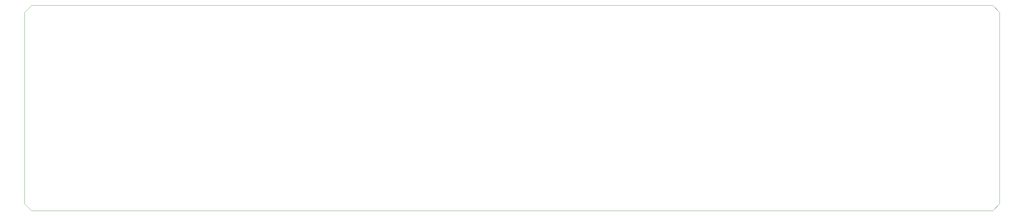
<source format=gbr>
G04 #@! TF.GenerationSoftware,KiCad,Pcbnew,(5.0.0-rc2-dev-451-g0294e41cb)*
G04 #@! TF.CreationDate,2018-10-15T22:27:56+02:00*
G04 #@! TF.ProjectId,BackplanePCB_solder.kicad_pcb_LEFT,4261636B706C616E655043425F736F6C,rev?*
G04 #@! TF.SameCoordinates,Original*
G04 #@! TF.FileFunction,Profile,NP*
%FSLAX46Y46*%
G04 Gerber Fmt 4.6, Leading zero omitted, Abs format (unit mm)*
G04 Created by KiCad (PCBNEW (5.0.0-rc2-dev-451-g0294e41cb)) date 10/15/18 22:27:56*
%MOMM*%
%LPD*%
G01*
G04 APERTURE LIST*
%ADD10C,0.100000*%
G04 APERTURE END LIST*
D10*
X319500000Y-222000000D02*
X321500000Y-220000000D01*
X319500000Y-163000000D02*
X321500000Y-165000000D01*
X41500000Y-220000000D02*
X43500000Y-222000000D01*
X41500000Y-165000000D02*
X41500000Y-220000000D01*
X43500000Y-163000000D02*
X41500000Y-165000000D01*
X319500000Y-163000000D02*
X43500000Y-163000000D01*
X321500000Y-220000000D02*
X321500000Y-165000000D01*
X43500000Y-222000000D02*
X319500000Y-222000000D01*
M02*

</source>
